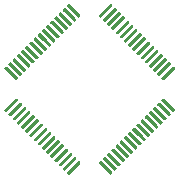
<source format=gbr>
%TF.GenerationSoftware,KiCad,Pcbnew,(5.1.9)-1*%
%TF.CreationDate,2021-02-10T01:52:36+01:00*%
%TF.ProjectId,Bluster,426c7573-7465-4722-9e6b-696361645f70,rev?*%
%TF.SameCoordinates,Original*%
%TF.FileFunction,Paste,Top*%
%TF.FilePolarity,Positive*%
%FSLAX46Y46*%
G04 Gerber Fmt 4.6, Leading zero omitted, Abs format (unit mm)*
G04 Created by KiCad (PCBNEW (5.1.9)-1) date 2021-02-10 01:52:36*
%MOMM*%
%LPD*%
G01*
G04 APERTURE LIST*
G04 APERTURE END LIST*
%TO.C,U2*%
G36*
G01*
X169687818Y-104196749D02*
X170624734Y-103259833D01*
G75*
G02*
X170730800Y-103259833I53033J-53033D01*
G01*
X170836866Y-103365899D01*
G75*
G02*
X170836866Y-103471965I-53033J-53033D01*
G01*
X169899950Y-104408881D01*
G75*
G02*
X169793884Y-104408881I-53033J53033D01*
G01*
X169687818Y-104302815D01*
G75*
G02*
X169687818Y-104196749I53033J53033D01*
G01*
G37*
G36*
G01*
X170041371Y-104550303D02*
X170978287Y-103613387D01*
G75*
G02*
X171084353Y-103613387I53033J-53033D01*
G01*
X171190419Y-103719453D01*
G75*
G02*
X171190419Y-103825519I-53033J-53033D01*
G01*
X170253503Y-104762435D01*
G75*
G02*
X170147437Y-104762435I-53033J53033D01*
G01*
X170041371Y-104656369D01*
G75*
G02*
X170041371Y-104550303I53033J53033D01*
G01*
G37*
G36*
G01*
X170394925Y-104903856D02*
X171331841Y-103966940D01*
G75*
G02*
X171437907Y-103966940I53033J-53033D01*
G01*
X171543973Y-104073006D01*
G75*
G02*
X171543973Y-104179072I-53033J-53033D01*
G01*
X170607057Y-105115988D01*
G75*
G02*
X170500991Y-105115988I-53033J53033D01*
G01*
X170394925Y-105009922D01*
G75*
G02*
X170394925Y-104903856I53033J53033D01*
G01*
G37*
G36*
G01*
X170748478Y-105257410D02*
X171685394Y-104320494D01*
G75*
G02*
X171791460Y-104320494I53033J-53033D01*
G01*
X171897526Y-104426560D01*
G75*
G02*
X171897526Y-104532626I-53033J-53033D01*
G01*
X170960610Y-105469542D01*
G75*
G02*
X170854544Y-105469542I-53033J53033D01*
G01*
X170748478Y-105363476D01*
G75*
G02*
X170748478Y-105257410I53033J53033D01*
G01*
G37*
G36*
G01*
X171102031Y-105610963D02*
X172038947Y-104674047D01*
G75*
G02*
X172145013Y-104674047I53033J-53033D01*
G01*
X172251079Y-104780113D01*
G75*
G02*
X172251079Y-104886179I-53033J-53033D01*
G01*
X171314163Y-105823095D01*
G75*
G02*
X171208097Y-105823095I-53033J53033D01*
G01*
X171102031Y-105717029D01*
G75*
G02*
X171102031Y-105610963I53033J53033D01*
G01*
G37*
G36*
G01*
X171455585Y-105964516D02*
X172392501Y-105027600D01*
G75*
G02*
X172498567Y-105027600I53033J-53033D01*
G01*
X172604633Y-105133666D01*
G75*
G02*
X172604633Y-105239732I-53033J-53033D01*
G01*
X171667717Y-106176648D01*
G75*
G02*
X171561651Y-106176648I-53033J53033D01*
G01*
X171455585Y-106070582D01*
G75*
G02*
X171455585Y-105964516I53033J53033D01*
G01*
G37*
G36*
G01*
X171809138Y-106318070D02*
X172746054Y-105381154D01*
G75*
G02*
X172852120Y-105381154I53033J-53033D01*
G01*
X172958186Y-105487220D01*
G75*
G02*
X172958186Y-105593286I-53033J-53033D01*
G01*
X172021270Y-106530202D01*
G75*
G02*
X171915204Y-106530202I-53033J53033D01*
G01*
X171809138Y-106424136D01*
G75*
G02*
X171809138Y-106318070I53033J53033D01*
G01*
G37*
G36*
G01*
X172162691Y-106671623D02*
X173099607Y-105734707D01*
G75*
G02*
X173205673Y-105734707I53033J-53033D01*
G01*
X173311739Y-105840773D01*
G75*
G02*
X173311739Y-105946839I-53033J-53033D01*
G01*
X172374823Y-106883755D01*
G75*
G02*
X172268757Y-106883755I-53033J53033D01*
G01*
X172162691Y-106777689D01*
G75*
G02*
X172162691Y-106671623I53033J53033D01*
G01*
G37*
G36*
G01*
X172516245Y-107025177D02*
X173453161Y-106088261D01*
G75*
G02*
X173559227Y-106088261I53033J-53033D01*
G01*
X173665293Y-106194327D01*
G75*
G02*
X173665293Y-106300393I-53033J-53033D01*
G01*
X172728377Y-107237309D01*
G75*
G02*
X172622311Y-107237309I-53033J53033D01*
G01*
X172516245Y-107131243D01*
G75*
G02*
X172516245Y-107025177I53033J53033D01*
G01*
G37*
G36*
G01*
X172869798Y-107378730D02*
X173806714Y-106441814D01*
G75*
G02*
X173912780Y-106441814I53033J-53033D01*
G01*
X174018846Y-106547880D01*
G75*
G02*
X174018846Y-106653946I-53033J-53033D01*
G01*
X173081930Y-107590862D01*
G75*
G02*
X172975864Y-107590862I-53033J53033D01*
G01*
X172869798Y-107484796D01*
G75*
G02*
X172869798Y-107378730I53033J53033D01*
G01*
G37*
G36*
G01*
X173223352Y-107732283D02*
X174160268Y-106795367D01*
G75*
G02*
X174266334Y-106795367I53033J-53033D01*
G01*
X174372400Y-106901433D01*
G75*
G02*
X174372400Y-107007499I-53033J-53033D01*
G01*
X173435484Y-107944415D01*
G75*
G02*
X173329418Y-107944415I-53033J53033D01*
G01*
X173223352Y-107838349D01*
G75*
G02*
X173223352Y-107732283I53033J53033D01*
G01*
G37*
G36*
G01*
X173576905Y-108085837D02*
X174513821Y-107148921D01*
G75*
G02*
X174619887Y-107148921I53033J-53033D01*
G01*
X174725953Y-107254987D01*
G75*
G02*
X174725953Y-107361053I-53033J-53033D01*
G01*
X173789037Y-108297969D01*
G75*
G02*
X173682971Y-108297969I-53033J53033D01*
G01*
X173576905Y-108191903D01*
G75*
G02*
X173576905Y-108085837I53033J53033D01*
G01*
G37*
G36*
G01*
X173930458Y-108439390D02*
X174867374Y-107502474D01*
G75*
G02*
X174973440Y-107502474I53033J-53033D01*
G01*
X175079506Y-107608540D01*
G75*
G02*
X175079506Y-107714606I-53033J-53033D01*
G01*
X174142590Y-108651522D01*
G75*
G02*
X174036524Y-108651522I-53033J53033D01*
G01*
X173930458Y-108545456D01*
G75*
G02*
X173930458Y-108439390I53033J53033D01*
G01*
G37*
G36*
G01*
X174284012Y-108792943D02*
X175220928Y-107856027D01*
G75*
G02*
X175326994Y-107856027I53033J-53033D01*
G01*
X175433060Y-107962093D01*
G75*
G02*
X175433060Y-108068159I-53033J-53033D01*
G01*
X174496144Y-109005075D01*
G75*
G02*
X174390078Y-109005075I-53033J53033D01*
G01*
X174284012Y-108899009D01*
G75*
G02*
X174284012Y-108792943I53033J53033D01*
G01*
G37*
G36*
G01*
X174637565Y-109146497D02*
X175574481Y-108209581D01*
G75*
G02*
X175680547Y-108209581I53033J-53033D01*
G01*
X175786613Y-108315647D01*
G75*
G02*
X175786613Y-108421713I-53033J-53033D01*
G01*
X174849697Y-109358629D01*
G75*
G02*
X174743631Y-109358629I-53033J53033D01*
G01*
X174637565Y-109252563D01*
G75*
G02*
X174637565Y-109146497I53033J53033D01*
G01*
G37*
G36*
G01*
X174991119Y-109500050D02*
X175928035Y-108563134D01*
G75*
G02*
X176034101Y-108563134I53033J-53033D01*
G01*
X176140167Y-108669200D01*
G75*
G02*
X176140167Y-108775266I-53033J-53033D01*
G01*
X175203251Y-109712182D01*
G75*
G02*
X175097185Y-109712182I-53033J53033D01*
G01*
X174991119Y-109606116D01*
G75*
G02*
X174991119Y-109500050I53033J53033D01*
G01*
G37*
G36*
G01*
X174991119Y-111373884D02*
X175097185Y-111267818D01*
G75*
G02*
X175203251Y-111267818I53033J-53033D01*
G01*
X176140167Y-112204734D01*
G75*
G02*
X176140167Y-112310800I-53033J-53033D01*
G01*
X176034101Y-112416866D01*
G75*
G02*
X175928035Y-112416866I-53033J53033D01*
G01*
X174991119Y-111479950D01*
G75*
G02*
X174991119Y-111373884I53033J53033D01*
G01*
G37*
G36*
G01*
X174637565Y-111727437D02*
X174743631Y-111621371D01*
G75*
G02*
X174849697Y-111621371I53033J-53033D01*
G01*
X175786613Y-112558287D01*
G75*
G02*
X175786613Y-112664353I-53033J-53033D01*
G01*
X175680547Y-112770419D01*
G75*
G02*
X175574481Y-112770419I-53033J53033D01*
G01*
X174637565Y-111833503D01*
G75*
G02*
X174637565Y-111727437I53033J53033D01*
G01*
G37*
G36*
G01*
X174284012Y-112080991D02*
X174390078Y-111974925D01*
G75*
G02*
X174496144Y-111974925I53033J-53033D01*
G01*
X175433060Y-112911841D01*
G75*
G02*
X175433060Y-113017907I-53033J-53033D01*
G01*
X175326994Y-113123973D01*
G75*
G02*
X175220928Y-113123973I-53033J53033D01*
G01*
X174284012Y-112187057D01*
G75*
G02*
X174284012Y-112080991I53033J53033D01*
G01*
G37*
G36*
G01*
X173930458Y-112434544D02*
X174036524Y-112328478D01*
G75*
G02*
X174142590Y-112328478I53033J-53033D01*
G01*
X175079506Y-113265394D01*
G75*
G02*
X175079506Y-113371460I-53033J-53033D01*
G01*
X174973440Y-113477526D01*
G75*
G02*
X174867374Y-113477526I-53033J53033D01*
G01*
X173930458Y-112540610D01*
G75*
G02*
X173930458Y-112434544I53033J53033D01*
G01*
G37*
G36*
G01*
X173576905Y-112788097D02*
X173682971Y-112682031D01*
G75*
G02*
X173789037Y-112682031I53033J-53033D01*
G01*
X174725953Y-113618947D01*
G75*
G02*
X174725953Y-113725013I-53033J-53033D01*
G01*
X174619887Y-113831079D01*
G75*
G02*
X174513821Y-113831079I-53033J53033D01*
G01*
X173576905Y-112894163D01*
G75*
G02*
X173576905Y-112788097I53033J53033D01*
G01*
G37*
G36*
G01*
X173223352Y-113141651D02*
X173329418Y-113035585D01*
G75*
G02*
X173435484Y-113035585I53033J-53033D01*
G01*
X174372400Y-113972501D01*
G75*
G02*
X174372400Y-114078567I-53033J-53033D01*
G01*
X174266334Y-114184633D01*
G75*
G02*
X174160268Y-114184633I-53033J53033D01*
G01*
X173223352Y-113247717D01*
G75*
G02*
X173223352Y-113141651I53033J53033D01*
G01*
G37*
G36*
G01*
X172869798Y-113495204D02*
X172975864Y-113389138D01*
G75*
G02*
X173081930Y-113389138I53033J-53033D01*
G01*
X174018846Y-114326054D01*
G75*
G02*
X174018846Y-114432120I-53033J-53033D01*
G01*
X173912780Y-114538186D01*
G75*
G02*
X173806714Y-114538186I-53033J53033D01*
G01*
X172869798Y-113601270D01*
G75*
G02*
X172869798Y-113495204I53033J53033D01*
G01*
G37*
G36*
G01*
X172516245Y-113848757D02*
X172622311Y-113742691D01*
G75*
G02*
X172728377Y-113742691I53033J-53033D01*
G01*
X173665293Y-114679607D01*
G75*
G02*
X173665293Y-114785673I-53033J-53033D01*
G01*
X173559227Y-114891739D01*
G75*
G02*
X173453161Y-114891739I-53033J53033D01*
G01*
X172516245Y-113954823D01*
G75*
G02*
X172516245Y-113848757I53033J53033D01*
G01*
G37*
G36*
G01*
X172162691Y-114202311D02*
X172268757Y-114096245D01*
G75*
G02*
X172374823Y-114096245I53033J-53033D01*
G01*
X173311739Y-115033161D01*
G75*
G02*
X173311739Y-115139227I-53033J-53033D01*
G01*
X173205673Y-115245293D01*
G75*
G02*
X173099607Y-115245293I-53033J53033D01*
G01*
X172162691Y-114308377D01*
G75*
G02*
X172162691Y-114202311I53033J53033D01*
G01*
G37*
G36*
G01*
X171809138Y-114555864D02*
X171915204Y-114449798D01*
G75*
G02*
X172021270Y-114449798I53033J-53033D01*
G01*
X172958186Y-115386714D01*
G75*
G02*
X172958186Y-115492780I-53033J-53033D01*
G01*
X172852120Y-115598846D01*
G75*
G02*
X172746054Y-115598846I-53033J53033D01*
G01*
X171809138Y-114661930D01*
G75*
G02*
X171809138Y-114555864I53033J53033D01*
G01*
G37*
G36*
G01*
X171455585Y-114909418D02*
X171561651Y-114803352D01*
G75*
G02*
X171667717Y-114803352I53033J-53033D01*
G01*
X172604633Y-115740268D01*
G75*
G02*
X172604633Y-115846334I-53033J-53033D01*
G01*
X172498567Y-115952400D01*
G75*
G02*
X172392501Y-115952400I-53033J53033D01*
G01*
X171455585Y-115015484D01*
G75*
G02*
X171455585Y-114909418I53033J53033D01*
G01*
G37*
G36*
G01*
X171102031Y-115262971D02*
X171208097Y-115156905D01*
G75*
G02*
X171314163Y-115156905I53033J-53033D01*
G01*
X172251079Y-116093821D01*
G75*
G02*
X172251079Y-116199887I-53033J-53033D01*
G01*
X172145013Y-116305953D01*
G75*
G02*
X172038947Y-116305953I-53033J53033D01*
G01*
X171102031Y-115369037D01*
G75*
G02*
X171102031Y-115262971I53033J53033D01*
G01*
G37*
G36*
G01*
X170748478Y-115616524D02*
X170854544Y-115510458D01*
G75*
G02*
X170960610Y-115510458I53033J-53033D01*
G01*
X171897526Y-116447374D01*
G75*
G02*
X171897526Y-116553440I-53033J-53033D01*
G01*
X171791460Y-116659506D01*
G75*
G02*
X171685394Y-116659506I-53033J53033D01*
G01*
X170748478Y-115722590D01*
G75*
G02*
X170748478Y-115616524I53033J53033D01*
G01*
G37*
G36*
G01*
X170394925Y-115970078D02*
X170500991Y-115864012D01*
G75*
G02*
X170607057Y-115864012I53033J-53033D01*
G01*
X171543973Y-116800928D01*
G75*
G02*
X171543973Y-116906994I-53033J-53033D01*
G01*
X171437907Y-117013060D01*
G75*
G02*
X171331841Y-117013060I-53033J53033D01*
G01*
X170394925Y-116076144D01*
G75*
G02*
X170394925Y-115970078I53033J53033D01*
G01*
G37*
G36*
G01*
X170041371Y-116323631D02*
X170147437Y-116217565D01*
G75*
G02*
X170253503Y-116217565I53033J-53033D01*
G01*
X171190419Y-117154481D01*
G75*
G02*
X171190419Y-117260547I-53033J-53033D01*
G01*
X171084353Y-117366613D01*
G75*
G02*
X170978287Y-117366613I-53033J53033D01*
G01*
X170041371Y-116429697D01*
G75*
G02*
X170041371Y-116323631I53033J53033D01*
G01*
G37*
G36*
G01*
X169687818Y-116677185D02*
X169793884Y-116571119D01*
G75*
G02*
X169899950Y-116571119I53033J-53033D01*
G01*
X170836866Y-117508035D01*
G75*
G02*
X170836866Y-117614101I-53033J-53033D01*
G01*
X170730800Y-117720167D01*
G75*
G02*
X170624734Y-117720167I-53033J53033D01*
G01*
X169687818Y-116783251D01*
G75*
G02*
X169687818Y-116677185I53033J53033D01*
G01*
G37*
G36*
G01*
X166983134Y-117508035D02*
X167920050Y-116571119D01*
G75*
G02*
X168026116Y-116571119I53033J-53033D01*
G01*
X168132182Y-116677185D01*
G75*
G02*
X168132182Y-116783251I-53033J-53033D01*
G01*
X167195266Y-117720167D01*
G75*
G02*
X167089200Y-117720167I-53033J53033D01*
G01*
X166983134Y-117614101D01*
G75*
G02*
X166983134Y-117508035I53033J53033D01*
G01*
G37*
G36*
G01*
X166629581Y-117154481D02*
X167566497Y-116217565D01*
G75*
G02*
X167672563Y-116217565I53033J-53033D01*
G01*
X167778629Y-116323631D01*
G75*
G02*
X167778629Y-116429697I-53033J-53033D01*
G01*
X166841713Y-117366613D01*
G75*
G02*
X166735647Y-117366613I-53033J53033D01*
G01*
X166629581Y-117260547D01*
G75*
G02*
X166629581Y-117154481I53033J53033D01*
G01*
G37*
G36*
G01*
X166276027Y-116800928D02*
X167212943Y-115864012D01*
G75*
G02*
X167319009Y-115864012I53033J-53033D01*
G01*
X167425075Y-115970078D01*
G75*
G02*
X167425075Y-116076144I-53033J-53033D01*
G01*
X166488159Y-117013060D01*
G75*
G02*
X166382093Y-117013060I-53033J53033D01*
G01*
X166276027Y-116906994D01*
G75*
G02*
X166276027Y-116800928I53033J53033D01*
G01*
G37*
G36*
G01*
X165922474Y-116447374D02*
X166859390Y-115510458D01*
G75*
G02*
X166965456Y-115510458I53033J-53033D01*
G01*
X167071522Y-115616524D01*
G75*
G02*
X167071522Y-115722590I-53033J-53033D01*
G01*
X166134606Y-116659506D01*
G75*
G02*
X166028540Y-116659506I-53033J53033D01*
G01*
X165922474Y-116553440D01*
G75*
G02*
X165922474Y-116447374I53033J53033D01*
G01*
G37*
G36*
G01*
X165568921Y-116093821D02*
X166505837Y-115156905D01*
G75*
G02*
X166611903Y-115156905I53033J-53033D01*
G01*
X166717969Y-115262971D01*
G75*
G02*
X166717969Y-115369037I-53033J-53033D01*
G01*
X165781053Y-116305953D01*
G75*
G02*
X165674987Y-116305953I-53033J53033D01*
G01*
X165568921Y-116199887D01*
G75*
G02*
X165568921Y-116093821I53033J53033D01*
G01*
G37*
G36*
G01*
X165215367Y-115740268D02*
X166152283Y-114803352D01*
G75*
G02*
X166258349Y-114803352I53033J-53033D01*
G01*
X166364415Y-114909418D01*
G75*
G02*
X166364415Y-115015484I-53033J-53033D01*
G01*
X165427499Y-115952400D01*
G75*
G02*
X165321433Y-115952400I-53033J53033D01*
G01*
X165215367Y-115846334D01*
G75*
G02*
X165215367Y-115740268I53033J53033D01*
G01*
G37*
G36*
G01*
X164861814Y-115386714D02*
X165798730Y-114449798D01*
G75*
G02*
X165904796Y-114449798I53033J-53033D01*
G01*
X166010862Y-114555864D01*
G75*
G02*
X166010862Y-114661930I-53033J-53033D01*
G01*
X165073946Y-115598846D01*
G75*
G02*
X164967880Y-115598846I-53033J53033D01*
G01*
X164861814Y-115492780D01*
G75*
G02*
X164861814Y-115386714I53033J53033D01*
G01*
G37*
G36*
G01*
X164508261Y-115033161D02*
X165445177Y-114096245D01*
G75*
G02*
X165551243Y-114096245I53033J-53033D01*
G01*
X165657309Y-114202311D01*
G75*
G02*
X165657309Y-114308377I-53033J-53033D01*
G01*
X164720393Y-115245293D01*
G75*
G02*
X164614327Y-115245293I-53033J53033D01*
G01*
X164508261Y-115139227D01*
G75*
G02*
X164508261Y-115033161I53033J53033D01*
G01*
G37*
G36*
G01*
X164154707Y-114679607D02*
X165091623Y-113742691D01*
G75*
G02*
X165197689Y-113742691I53033J-53033D01*
G01*
X165303755Y-113848757D01*
G75*
G02*
X165303755Y-113954823I-53033J-53033D01*
G01*
X164366839Y-114891739D01*
G75*
G02*
X164260773Y-114891739I-53033J53033D01*
G01*
X164154707Y-114785673D01*
G75*
G02*
X164154707Y-114679607I53033J53033D01*
G01*
G37*
G36*
G01*
X163801154Y-114326054D02*
X164738070Y-113389138D01*
G75*
G02*
X164844136Y-113389138I53033J-53033D01*
G01*
X164950202Y-113495204D01*
G75*
G02*
X164950202Y-113601270I-53033J-53033D01*
G01*
X164013286Y-114538186D01*
G75*
G02*
X163907220Y-114538186I-53033J53033D01*
G01*
X163801154Y-114432120D01*
G75*
G02*
X163801154Y-114326054I53033J53033D01*
G01*
G37*
G36*
G01*
X163447600Y-113972501D02*
X164384516Y-113035585D01*
G75*
G02*
X164490582Y-113035585I53033J-53033D01*
G01*
X164596648Y-113141651D01*
G75*
G02*
X164596648Y-113247717I-53033J-53033D01*
G01*
X163659732Y-114184633D01*
G75*
G02*
X163553666Y-114184633I-53033J53033D01*
G01*
X163447600Y-114078567D01*
G75*
G02*
X163447600Y-113972501I53033J53033D01*
G01*
G37*
G36*
G01*
X163094047Y-113618947D02*
X164030963Y-112682031D01*
G75*
G02*
X164137029Y-112682031I53033J-53033D01*
G01*
X164243095Y-112788097D01*
G75*
G02*
X164243095Y-112894163I-53033J-53033D01*
G01*
X163306179Y-113831079D01*
G75*
G02*
X163200113Y-113831079I-53033J53033D01*
G01*
X163094047Y-113725013D01*
G75*
G02*
X163094047Y-113618947I53033J53033D01*
G01*
G37*
G36*
G01*
X162740494Y-113265394D02*
X163677410Y-112328478D01*
G75*
G02*
X163783476Y-112328478I53033J-53033D01*
G01*
X163889542Y-112434544D01*
G75*
G02*
X163889542Y-112540610I-53033J-53033D01*
G01*
X162952626Y-113477526D01*
G75*
G02*
X162846560Y-113477526I-53033J53033D01*
G01*
X162740494Y-113371460D01*
G75*
G02*
X162740494Y-113265394I53033J53033D01*
G01*
G37*
G36*
G01*
X162386940Y-112911841D02*
X163323856Y-111974925D01*
G75*
G02*
X163429922Y-111974925I53033J-53033D01*
G01*
X163535988Y-112080991D01*
G75*
G02*
X163535988Y-112187057I-53033J-53033D01*
G01*
X162599072Y-113123973D01*
G75*
G02*
X162493006Y-113123973I-53033J53033D01*
G01*
X162386940Y-113017907D01*
G75*
G02*
X162386940Y-112911841I53033J53033D01*
G01*
G37*
G36*
G01*
X162033387Y-112558287D02*
X162970303Y-111621371D01*
G75*
G02*
X163076369Y-111621371I53033J-53033D01*
G01*
X163182435Y-111727437D01*
G75*
G02*
X163182435Y-111833503I-53033J-53033D01*
G01*
X162245519Y-112770419D01*
G75*
G02*
X162139453Y-112770419I-53033J53033D01*
G01*
X162033387Y-112664353D01*
G75*
G02*
X162033387Y-112558287I53033J53033D01*
G01*
G37*
G36*
G01*
X161679833Y-112204734D02*
X162616749Y-111267818D01*
G75*
G02*
X162722815Y-111267818I53033J-53033D01*
G01*
X162828881Y-111373884D01*
G75*
G02*
X162828881Y-111479950I-53033J-53033D01*
G01*
X161891965Y-112416866D01*
G75*
G02*
X161785899Y-112416866I-53033J53033D01*
G01*
X161679833Y-112310800D01*
G75*
G02*
X161679833Y-112204734I53033J53033D01*
G01*
G37*
G36*
G01*
X161679833Y-108669200D02*
X161785899Y-108563134D01*
G75*
G02*
X161891965Y-108563134I53033J-53033D01*
G01*
X162828881Y-109500050D01*
G75*
G02*
X162828881Y-109606116I-53033J-53033D01*
G01*
X162722815Y-109712182D01*
G75*
G02*
X162616749Y-109712182I-53033J53033D01*
G01*
X161679833Y-108775266D01*
G75*
G02*
X161679833Y-108669200I53033J53033D01*
G01*
G37*
G36*
G01*
X162033387Y-108315647D02*
X162139453Y-108209581D01*
G75*
G02*
X162245519Y-108209581I53033J-53033D01*
G01*
X163182435Y-109146497D01*
G75*
G02*
X163182435Y-109252563I-53033J-53033D01*
G01*
X163076369Y-109358629D01*
G75*
G02*
X162970303Y-109358629I-53033J53033D01*
G01*
X162033387Y-108421713D01*
G75*
G02*
X162033387Y-108315647I53033J53033D01*
G01*
G37*
G36*
G01*
X162386940Y-107962093D02*
X162493006Y-107856027D01*
G75*
G02*
X162599072Y-107856027I53033J-53033D01*
G01*
X163535988Y-108792943D01*
G75*
G02*
X163535988Y-108899009I-53033J-53033D01*
G01*
X163429922Y-109005075D01*
G75*
G02*
X163323856Y-109005075I-53033J53033D01*
G01*
X162386940Y-108068159D01*
G75*
G02*
X162386940Y-107962093I53033J53033D01*
G01*
G37*
G36*
G01*
X162740494Y-107608540D02*
X162846560Y-107502474D01*
G75*
G02*
X162952626Y-107502474I53033J-53033D01*
G01*
X163889542Y-108439390D01*
G75*
G02*
X163889542Y-108545456I-53033J-53033D01*
G01*
X163783476Y-108651522D01*
G75*
G02*
X163677410Y-108651522I-53033J53033D01*
G01*
X162740494Y-107714606D01*
G75*
G02*
X162740494Y-107608540I53033J53033D01*
G01*
G37*
G36*
G01*
X163094047Y-107254987D02*
X163200113Y-107148921D01*
G75*
G02*
X163306179Y-107148921I53033J-53033D01*
G01*
X164243095Y-108085837D01*
G75*
G02*
X164243095Y-108191903I-53033J-53033D01*
G01*
X164137029Y-108297969D01*
G75*
G02*
X164030963Y-108297969I-53033J53033D01*
G01*
X163094047Y-107361053D01*
G75*
G02*
X163094047Y-107254987I53033J53033D01*
G01*
G37*
G36*
G01*
X163447600Y-106901433D02*
X163553666Y-106795367D01*
G75*
G02*
X163659732Y-106795367I53033J-53033D01*
G01*
X164596648Y-107732283D01*
G75*
G02*
X164596648Y-107838349I-53033J-53033D01*
G01*
X164490582Y-107944415D01*
G75*
G02*
X164384516Y-107944415I-53033J53033D01*
G01*
X163447600Y-107007499D01*
G75*
G02*
X163447600Y-106901433I53033J53033D01*
G01*
G37*
G36*
G01*
X163801154Y-106547880D02*
X163907220Y-106441814D01*
G75*
G02*
X164013286Y-106441814I53033J-53033D01*
G01*
X164950202Y-107378730D01*
G75*
G02*
X164950202Y-107484796I-53033J-53033D01*
G01*
X164844136Y-107590862D01*
G75*
G02*
X164738070Y-107590862I-53033J53033D01*
G01*
X163801154Y-106653946D01*
G75*
G02*
X163801154Y-106547880I53033J53033D01*
G01*
G37*
G36*
G01*
X164154707Y-106194327D02*
X164260773Y-106088261D01*
G75*
G02*
X164366839Y-106088261I53033J-53033D01*
G01*
X165303755Y-107025177D01*
G75*
G02*
X165303755Y-107131243I-53033J-53033D01*
G01*
X165197689Y-107237309D01*
G75*
G02*
X165091623Y-107237309I-53033J53033D01*
G01*
X164154707Y-106300393D01*
G75*
G02*
X164154707Y-106194327I53033J53033D01*
G01*
G37*
G36*
G01*
X164508261Y-105840773D02*
X164614327Y-105734707D01*
G75*
G02*
X164720393Y-105734707I53033J-53033D01*
G01*
X165657309Y-106671623D01*
G75*
G02*
X165657309Y-106777689I-53033J-53033D01*
G01*
X165551243Y-106883755D01*
G75*
G02*
X165445177Y-106883755I-53033J53033D01*
G01*
X164508261Y-105946839D01*
G75*
G02*
X164508261Y-105840773I53033J53033D01*
G01*
G37*
G36*
G01*
X164861814Y-105487220D02*
X164967880Y-105381154D01*
G75*
G02*
X165073946Y-105381154I53033J-53033D01*
G01*
X166010862Y-106318070D01*
G75*
G02*
X166010862Y-106424136I-53033J-53033D01*
G01*
X165904796Y-106530202D01*
G75*
G02*
X165798730Y-106530202I-53033J53033D01*
G01*
X164861814Y-105593286D01*
G75*
G02*
X164861814Y-105487220I53033J53033D01*
G01*
G37*
G36*
G01*
X165215367Y-105133666D02*
X165321433Y-105027600D01*
G75*
G02*
X165427499Y-105027600I53033J-53033D01*
G01*
X166364415Y-105964516D01*
G75*
G02*
X166364415Y-106070582I-53033J-53033D01*
G01*
X166258349Y-106176648D01*
G75*
G02*
X166152283Y-106176648I-53033J53033D01*
G01*
X165215367Y-105239732D01*
G75*
G02*
X165215367Y-105133666I53033J53033D01*
G01*
G37*
G36*
G01*
X165568921Y-104780113D02*
X165674987Y-104674047D01*
G75*
G02*
X165781053Y-104674047I53033J-53033D01*
G01*
X166717969Y-105610963D01*
G75*
G02*
X166717969Y-105717029I-53033J-53033D01*
G01*
X166611903Y-105823095D01*
G75*
G02*
X166505837Y-105823095I-53033J53033D01*
G01*
X165568921Y-104886179D01*
G75*
G02*
X165568921Y-104780113I53033J53033D01*
G01*
G37*
G36*
G01*
X165922474Y-104426560D02*
X166028540Y-104320494D01*
G75*
G02*
X166134606Y-104320494I53033J-53033D01*
G01*
X167071522Y-105257410D01*
G75*
G02*
X167071522Y-105363476I-53033J-53033D01*
G01*
X166965456Y-105469542D01*
G75*
G02*
X166859390Y-105469542I-53033J53033D01*
G01*
X165922474Y-104532626D01*
G75*
G02*
X165922474Y-104426560I53033J53033D01*
G01*
G37*
G36*
G01*
X166276027Y-104073006D02*
X166382093Y-103966940D01*
G75*
G02*
X166488159Y-103966940I53033J-53033D01*
G01*
X167425075Y-104903856D01*
G75*
G02*
X167425075Y-105009922I-53033J-53033D01*
G01*
X167319009Y-105115988D01*
G75*
G02*
X167212943Y-105115988I-53033J53033D01*
G01*
X166276027Y-104179072D01*
G75*
G02*
X166276027Y-104073006I53033J53033D01*
G01*
G37*
G36*
G01*
X166629581Y-103719453D02*
X166735647Y-103613387D01*
G75*
G02*
X166841713Y-103613387I53033J-53033D01*
G01*
X167778629Y-104550303D01*
G75*
G02*
X167778629Y-104656369I-53033J-53033D01*
G01*
X167672563Y-104762435D01*
G75*
G02*
X167566497Y-104762435I-53033J53033D01*
G01*
X166629581Y-103825519D01*
G75*
G02*
X166629581Y-103719453I53033J53033D01*
G01*
G37*
G36*
G01*
X166983134Y-103365899D02*
X167089200Y-103259833D01*
G75*
G02*
X167195266Y-103259833I53033J-53033D01*
G01*
X168132182Y-104196749D01*
G75*
G02*
X168132182Y-104302815I-53033J-53033D01*
G01*
X168026116Y-104408881D01*
G75*
G02*
X167920050Y-104408881I-53033J53033D01*
G01*
X166983134Y-103471965D01*
G75*
G02*
X166983134Y-103365899I53033J53033D01*
G01*
G37*
%TD*%
M02*

</source>
